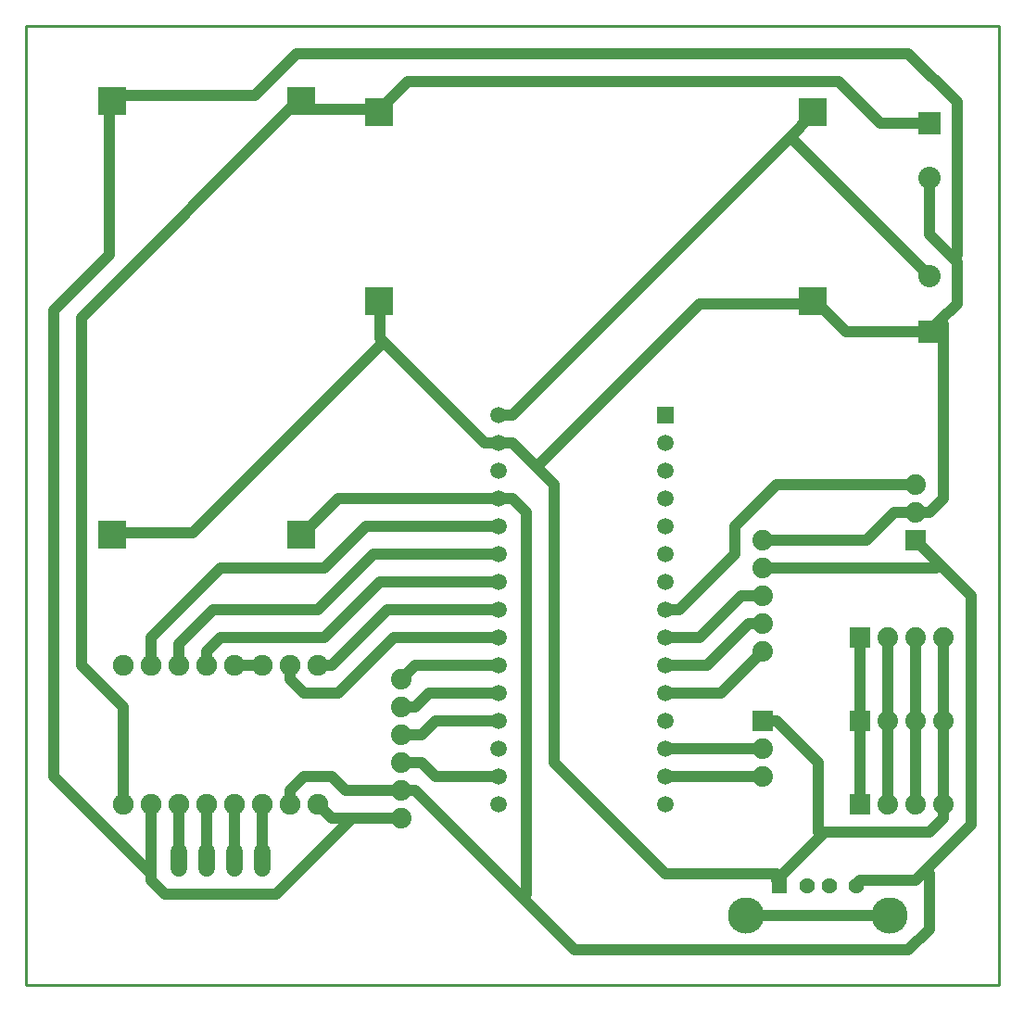
<source format=gbr>
G04 EAGLE Gerber RS-274X export*
G75*
%MOMM*%
%FSLAX34Y34*%
%LPD*%
%INBottom Copper*%
%IPPOS*%
%AMOC8*
5,1,8,0,0,1.08239X$1,22.5*%
G01*
%ADD10R,2.500000X2.500000*%
%ADD11R,1.508000X1.508000*%
%ADD12C,1.508000*%
%ADD13C,1.905000*%
%ADD14C,1.524000*%
%ADD15R,1.428000X1.428000*%
%ADD16C,1.428000*%
%ADD17C,3.316000*%
%ADD18R,2.032000X2.032000*%
%ADD19C,2.032000*%
%ADD20C,1.879600*%
%ADD21R,1.879600X1.879600*%
%ADD22C,1.000000*%
%ADD23C,0.254000*%


D10*
X998220Y86360D03*
X998220Y-86360D03*
X601980Y-86360D03*
X601980Y86360D03*
X530860Y96520D03*
X358140Y96520D03*
X358140Y-299720D03*
X530860Y-299720D03*
D11*
X863600Y-190500D03*
D12*
X863600Y-215900D03*
X863600Y-241300D03*
X863600Y-266700D03*
X863600Y-292100D03*
X863600Y-317500D03*
X863600Y-342900D03*
X863600Y-368300D03*
X863600Y-393700D03*
X863600Y-419100D03*
X863600Y-444500D03*
X863600Y-469900D03*
X711200Y-190500D03*
X711200Y-215900D03*
X711200Y-241300D03*
X711200Y-266700D03*
X711200Y-292100D03*
X711200Y-317500D03*
X711200Y-368300D03*
X711200Y-393700D03*
X711200Y-444500D03*
X711200Y-469900D03*
X711200Y-419100D03*
X711200Y-342900D03*
X863600Y-495300D03*
X863600Y-520700D03*
X863600Y-546100D03*
X711200Y-495300D03*
X711200Y-520700D03*
X711200Y-546100D03*
D13*
X393700Y-419100D03*
X419100Y-419100D03*
X444500Y-419100D03*
X469900Y-419100D03*
X495300Y-419100D03*
X520700Y-419100D03*
X546100Y-419100D03*
X368300Y-419100D03*
X393700Y-546100D03*
X419100Y-546100D03*
X444500Y-546100D03*
X469900Y-546100D03*
X495300Y-546100D03*
X520700Y-546100D03*
X546100Y-546100D03*
X368300Y-546100D03*
D14*
X495300Y-589280D02*
X495300Y-604520D01*
X469900Y-604520D02*
X469900Y-589280D01*
X444500Y-589280D02*
X444500Y-604520D01*
X419100Y-604520D02*
X419100Y-589280D01*
D15*
X968300Y-620600D03*
D16*
X993300Y-620600D03*
X1013300Y-620600D03*
X1038300Y-620600D03*
D17*
X937600Y-647700D03*
X1069000Y-647700D03*
D18*
X1104900Y-114300D03*
D19*
X1104900Y-64300D03*
D20*
X622300Y-558800D03*
X622300Y-533400D03*
X622300Y-508000D03*
X622300Y-482600D03*
X622300Y-457200D03*
X622300Y-431800D03*
X952500Y-304800D03*
X952500Y-330200D03*
X952500Y-355600D03*
X952500Y-381000D03*
X952500Y-406400D03*
D21*
X1041400Y-393700D03*
D20*
X1066800Y-393700D03*
X1092200Y-393700D03*
X1117600Y-393700D03*
D21*
X1041400Y-469900D03*
D20*
X1066800Y-469900D03*
X1092200Y-469900D03*
X1117600Y-469900D03*
D21*
X1041400Y-546100D03*
D20*
X1066800Y-546100D03*
X1092200Y-546100D03*
X1117600Y-546100D03*
D21*
X1092200Y-304800D03*
D20*
X1092200Y-279400D03*
X1092200Y-254000D03*
D21*
X952500Y-469900D03*
D20*
X952500Y-495300D03*
X952500Y-520700D03*
D18*
X1104900Y76200D03*
D19*
X1104900Y26200D03*
D22*
X723900Y-190500D02*
X711200Y-190500D01*
X977900Y63500D02*
X996950Y82550D01*
X977900Y63500D02*
X723900Y-190500D01*
X996950Y82550D02*
X998220Y86360D01*
X977900Y63500D02*
X1104900Y-63500D01*
X1104900Y-64300D01*
X711200Y-266700D02*
X565150Y-266700D01*
X533400Y-298450D01*
X530860Y-299720D01*
X571500Y-533400D02*
X622300Y-533400D01*
X571500Y-533400D02*
X558800Y-520700D01*
X533400Y-520700D01*
X520700Y-533400D01*
X520700Y-546100D01*
X1041400Y-615950D02*
X1092200Y-615950D01*
X1101725Y-606425D02*
X1143000Y-565150D01*
X1101725Y-606425D02*
X1092200Y-615950D01*
X1143000Y-565150D02*
X1143000Y-355600D01*
X1114425Y-327025D02*
X1092200Y-304800D01*
X1114425Y-327025D02*
X1143000Y-355600D01*
X1041400Y-615950D02*
X1038300Y-620600D01*
X1111250Y-330200D02*
X952500Y-330200D01*
X1111250Y-330200D02*
X1114425Y-327025D01*
X635000Y-533400D02*
X622300Y-533400D01*
X733425Y-631825D02*
X781050Y-679450D01*
X733425Y-631825D02*
X635000Y-533400D01*
X781050Y-679450D02*
X1085850Y-679450D01*
X1104900Y-660400D01*
X1104900Y-609600D01*
X1101725Y-606425D01*
X723900Y-266700D02*
X711200Y-266700D01*
X723900Y-266700D02*
X736600Y-279400D01*
X736600Y-628650D01*
X733425Y-631825D01*
X1060450Y76200D02*
X1104900Y76200D01*
X1060450Y76200D02*
X1022350Y114300D01*
X628650Y114300D01*
X603250Y88900D01*
X601980Y86360D01*
X368300Y-457200D02*
X368300Y-546100D01*
X368300Y-457200D02*
X330200Y-419100D01*
X330200Y-101600D01*
X527050Y95250D01*
X530860Y96520D01*
X527050Y88900D02*
X596900Y88900D01*
X601980Y86360D01*
X530860Y96520D02*
X527050Y88900D01*
X558800Y-558800D02*
X577850Y-558800D01*
X622300Y-558800D01*
X558800Y-558800D02*
X546100Y-546100D01*
X393700Y-609600D02*
X393700Y-615950D01*
X393700Y-609600D02*
X393700Y-546100D01*
X393700Y-615950D02*
X406400Y-628650D01*
X508000Y-628650D01*
X577850Y-558800D01*
X355600Y-44450D02*
X355600Y95250D01*
X355600Y-44450D02*
X304800Y-95250D01*
X304800Y-520700D01*
X393700Y-609600D01*
X355600Y95250D02*
X358140Y96520D01*
X952500Y-304800D02*
X1047750Y-304800D01*
X1073150Y-279400D01*
X1092200Y-279400D01*
X1104900Y-114300D02*
X1028700Y-114300D01*
X1003300Y-88900D01*
X998220Y-86360D01*
X1104900Y-25400D02*
X1104900Y26200D01*
X1127125Y-47625D02*
X1130300Y-50800D01*
X1127125Y-47625D02*
X1104900Y-25400D01*
X1130300Y-50800D02*
X1130300Y-88900D01*
X1114425Y-104775D02*
X1104900Y-114300D01*
X1114425Y-104775D02*
X1130300Y-88900D01*
X1104900Y-279400D02*
X1092200Y-279400D01*
X1104900Y-279400D02*
X1117600Y-266700D01*
X1117600Y-107950D01*
X1114425Y-104775D01*
X1117600Y-393700D02*
X1117600Y-469900D01*
X1009650Y-571500D02*
X1006475Y-574675D01*
X968375Y-612775D01*
X965200Y-615950D01*
X1009650Y-571500D02*
X1104900Y-571500D01*
X1117600Y-558800D01*
X1117600Y-546100D01*
X968300Y-620600D02*
X965200Y-615950D01*
X965200Y-469900D02*
X952500Y-469900D01*
X965200Y-469900D02*
X1003300Y-508000D01*
X1003300Y-571500D01*
X1006475Y-574675D01*
X1117600Y-546100D02*
X1117600Y-469900D01*
X711200Y-215900D02*
X698500Y-215900D01*
X606425Y-123825D02*
X603250Y-120650D01*
X606425Y-123825D02*
X698500Y-215900D01*
X603250Y-120650D02*
X603250Y-88900D01*
X601980Y-86360D01*
X431800Y-298450D02*
X361950Y-298450D01*
X431800Y-298450D02*
X606425Y-123825D01*
X361950Y-298450D02*
X358140Y-299720D01*
X863600Y-609600D02*
X965200Y-609600D01*
X863600Y-609600D02*
X762000Y-508000D01*
X762000Y-254000D01*
X746125Y-238125D02*
X723900Y-215900D01*
X746125Y-238125D02*
X762000Y-254000D01*
X723900Y-215900D02*
X711200Y-215900D01*
X965200Y-609600D02*
X968375Y-612775D01*
X996950Y-88900D02*
X895350Y-88900D01*
X746125Y-238125D01*
X996950Y-88900D02*
X998220Y-86360D01*
X488950Y101600D02*
X361950Y101600D01*
X488950Y101600D02*
X527050Y139700D01*
X1085850Y139700D01*
X1130300Y95250D01*
X1130300Y-44450D01*
X361950Y101600D02*
X358140Y96520D01*
X1127125Y-47625D02*
X1130300Y-44450D01*
X419100Y-546100D02*
X419100Y-596900D01*
X444500Y-596900D02*
X444500Y-546100D01*
X469900Y-546100D02*
X469900Y-596900D01*
X495300Y-596900D02*
X495300Y-546100D01*
X495300Y-419100D02*
X469900Y-419100D01*
X1066800Y-469900D02*
X1066800Y-546100D01*
X1066800Y-469900D02*
X1066800Y-393700D01*
X952500Y-495300D02*
X863600Y-495300D01*
X863600Y-520700D02*
X952500Y-520700D01*
X876300Y-368300D02*
X863600Y-368300D01*
X876300Y-368300D02*
X927100Y-317500D01*
X927100Y-292100D01*
X965200Y-254000D01*
X1092200Y-254000D01*
X1041400Y-469900D02*
X1041400Y-546100D01*
X1041400Y-469900D02*
X1041400Y-393700D01*
X1069000Y-647700D02*
X937600Y-647700D01*
X711200Y-469900D02*
X654050Y-469900D01*
X641350Y-482600D01*
X622300Y-482600D01*
X647700Y-444500D02*
X711200Y-444500D01*
X647700Y-444500D02*
X635000Y-457200D01*
X622300Y-457200D01*
X635000Y-419100D02*
X711200Y-419100D01*
X635000Y-419100D02*
X622300Y-431800D01*
X654050Y-520700D02*
X711200Y-520700D01*
X654050Y-520700D02*
X641350Y-508000D01*
X622300Y-508000D01*
X863600Y-393700D02*
X895350Y-393700D01*
X933450Y-355600D01*
X952500Y-355600D01*
X901700Y-419100D02*
X863600Y-419100D01*
X901700Y-419100D02*
X939800Y-381000D01*
X952500Y-381000D01*
X914400Y-444500D02*
X863600Y-444500D01*
X914400Y-444500D02*
X952500Y-406400D01*
X711200Y-342900D02*
X603250Y-342900D01*
X552450Y-393700D01*
X457200Y-393700D01*
X444500Y-406400D01*
X444500Y-419100D01*
X596900Y-317500D02*
X711200Y-317500D01*
X596900Y-317500D02*
X546100Y-368300D01*
X450850Y-368300D01*
X419100Y-400050D01*
X419100Y-419100D01*
X590550Y-292100D02*
X711200Y-292100D01*
X590550Y-292100D02*
X552450Y-330200D01*
X457200Y-330200D01*
X393700Y-393700D01*
X393700Y-419100D01*
X609600Y-368300D02*
X711200Y-368300D01*
X609600Y-368300D02*
X558800Y-419100D01*
X546100Y-419100D01*
X615950Y-393700D02*
X711200Y-393700D01*
X615950Y-393700D02*
X565150Y-444500D01*
X533400Y-444500D01*
X520700Y-431800D01*
X520700Y-419100D01*
X1092200Y-469900D02*
X1092200Y-546100D01*
X1092200Y-469900D02*
X1092200Y-393700D01*
D23*
X279400Y-711200D02*
X1168400Y-711200D01*
X1168400Y165100D01*
X279400Y165100D01*
X279400Y-711200D01*
M02*

</source>
